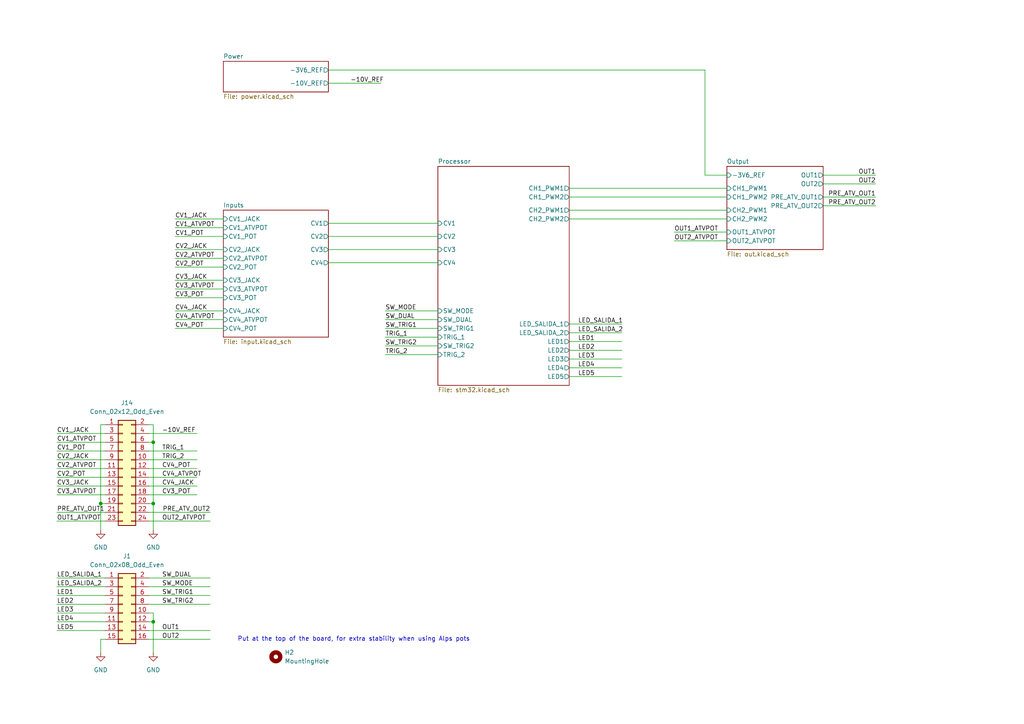
<source format=kicad_sch>
(kicad_sch (version 20231120) (generator "eeschema") (generator_version "8.0")
  (paper "A4")
  (title_block (title "Main") (date "2024-09-14") (rev "v0.1") (company "Sluisbrinkie"))
  (lib_symbols
    (symbol "Connector_Generic:Conn_02x08_Odd_Even" (pin_names (offset 1.016) hide)
      (property "Reference" "J" (at 1.27 10.16 0))
      (property "Value" "Conn_02x08_Odd_Even" (at 1.27 -12.7 0))
      (symbol "Conn_02x08_Odd_Even_1_1"
        (rectangle (start -1.27 -10.033) (end 0 -10.287) (stroke (width 0.1524)))
        (rectangle (start -1.27 -7.493) (end 0 -7.747) (stroke (width 0.1524)))
        (rectangle (start -1.27 -4.953) (end 0 -5.207) (stroke (width 0.1524)))
        (rectangle (start -1.27 -2.413) (end 0 -2.667) (stroke (width 0.1524)))
        (rectangle (start -1.27 0.127) (end 0 -0.127) (stroke (width 0.1524)))
        (rectangle (start -1.27 2.667) (end 0 2.413) (stroke (width 0.1524)))
        (rectangle (start -1.27 5.207) (end 0 4.953) (stroke (width 0.1524)))
        (rectangle (start -1.27 7.747) (end 0 7.493) (stroke (width 0.1524)))
        (rectangle (start -1.27 8.89) (end 3.81 -11.43) (stroke (width 0.254)) (fill (type background)))
        (rectangle (start 3.81 -10.033) (end 2.54 -10.287) (stroke (width 0.1524)))
        (rectangle (start 3.81 -7.493) (end 2.54 -7.747) (stroke (width 0.1524)))
        (rectangle (start 3.81 -4.953) (end 2.54 -5.207) (stroke (width 0.1524)))
        (rectangle (start 3.81 -2.413) (end 2.54 -2.667) (stroke (width 0.1524)))
        (rectangle (start 3.81 0.127) (end 2.54 -0.127) (stroke (width 0.1524)))
        (rectangle (start 3.81 2.667) (end 2.54 2.413) (stroke (width 0.1524)))
        (rectangle (start 3.81 5.207) (end 2.54 4.953) (stroke (width 0.1524)))
        (rectangle (start 3.81 7.747) (end 2.54 7.493) (stroke (width 0.1524)))
        (pin passive line (at -5.08 7.62 0) (length 3.81) (name "Pin_1") (number "1"))
        (pin passive line (at 7.62 -2.54 180) (length 3.81) (name "Pin_10") (number "10"))
        (pin passive line (at -5.08 -5.08 0) (length 3.81) (name "Pin_11") (number "11"))
        (pin passive line (at 7.62 -5.08 180) (length 3.81) (name "Pin_12") (number "12"))
        (pin passive line (at -5.08 -7.62 0) (length 3.81) (name "Pin_13") (number "13"))
        (pin passive line (at 7.62 -7.62 180) (length 3.81) (name "Pin_14") (number "14"))
        (pin passive line (at -5.08 -10.16 0) (length 3.81) (name "Pin_15") (number "15"))
        (pin passive line (at 7.62 -10.16 180) (length 3.81) (name "Pin_16") (number "16"))
        (pin passive line (at 7.62 7.62 180) (length 3.81) (name "Pin_2") (number "2"))
        (pin passive line (at -5.08 5.08 0) (length 3.81) (name "Pin_3") (number "3"))
        (pin passive line (at 7.62 5.08 180) (length 3.81) (name "Pin_4") (number "4"))
        (pin passive line (at -5.08 2.54 0) (length 3.81) (name "Pin_5") (number "5"))
        (pin passive line (at 7.62 2.54 180) (length 3.81) (name "Pin_6") (number "6"))
        (pin passive line (at -5.08 0 0) (length 3.81) (name "Pin_7") (number "7"))
        (pin passive line (at 7.62 0 180) (length 3.81) (name "Pin_8") (number "8"))
        (pin passive line (at -5.08 -2.54 0) (length 3.81) (name "Pin_9") (number "9"))
      )
    )
    (symbol "Connector_Generic:Conn_02x12_Odd_Even" (pin_names (offset 1.016) hide)
      (property "Reference" "J" (at 1.27 15.24 0))
      (property "Value" "Conn_02x12_Odd_Even" (at 1.27 -17.78 0))
      (symbol "Conn_02x12_Odd_Even_1_1"
        (rectangle (start -1.27 -15.113) (end 0 -15.367) (stroke (width 0.1524)))
        (rectangle (start -1.27 -12.573) (end 0 -12.827) (stroke (width 0.1524)))
        (rectangle (start -1.27 -10.033) (end 0 -10.287) (stroke (width 0.1524)))
        (rectangle (start -1.27 -7.493) (end 0 -7.747) (stroke (width 0.1524)))
        (rectangle (start -1.27 -4.953) (end 0 -5.207) (stroke (width 0.1524)))
        (rectangle (start -1.27 -2.413) (end 0 -2.667) (stroke (width 0.1524)))
        (rectangle (start -1.27 0.127) (end 0 -0.127) (stroke (width 0.1524)))
        (rectangle (start -1.27 2.667) (end 0 2.413) (stroke (width 0.1524)))
        (rectangle (start -1.27 5.207) (end 0 4.953) (stroke (width 0.1524)))
        (rectangle (start -1.27 7.747) (end 0 7.493) (stroke (width 0.1524)))
        (rectangle (start -1.27 10.287) (end 0 10.033) (stroke (width 0.1524)))
        (rectangle (start -1.27 12.827) (end 0 12.573) (stroke (width 0.1524)))
        (rectangle (start -1.27 13.97) (end 3.81 -16.51) (stroke (width 0.254)) (fill (type background)))
        (rectangle (start 3.81 -15.113) (end 2.54 -15.367) (stroke (width 0.1524)))
        (rectangle (start 3.81 -12.573) (end 2.54 -12.827) (stroke (width 0.1524)))
        (rectangle (start 3.81 -10.033) (end 2.54 -10.287) (stroke (width 0.1524)))
        (rectangle (start 3.81 -7.493) (end 2.54 -7.747) (stroke (width 0.1524)))
        (rectangle (start 3.81 -4.953) (end 2.54 -5.207) (stroke (width 0.1524)))
        (rectangle (start 3.81 -2.413) (end 2.54 -2.667) (stroke (width 0.1524)))
        (rectangle (start 3.81 0.127) (end 2.54 -0.127) (stroke (width 0.1524)))
        (rectangle (start 3.81 2.667) (end 2.54 2.413) (stroke (width 0.1524)))
        (rectangle (start 3.81 5.207) (end 2.54 4.953) (stroke (width 0.1524)))
        (rectangle (start 3.81 7.747) (end 2.54 7.493) (stroke (width 0.1524)))
        (rectangle (start 3.81 10.287) (end 2.54 10.033) (stroke (width 0.1524)))
        (rectangle (start 3.81 12.827) (end 2.54 12.573) (stroke (width 0.1524)))
        (pin passive line (at -5.08 12.7 0) (length 3.81) (name "Pin_1") (number "1"))
        (pin passive line (at 7.62 2.54 180) (length 3.81) (name "Pin_10") (number "10"))
        (pin passive line (at -5.08 0 0) (length 3.81) (name "Pin_11") (number "11"))
        (pin passive line (at 7.62 0 180) (length 3.81) (name "Pin_12") (number "12"))
        (pin passive line (at -5.08 -2.54 0) (length 3.81) (name "Pin_13") (number "13"))
        (pin passive line (at 7.62 -2.54 180) (length 3.81) (name "Pin_14") (number "14"))
        (pin passive line (at -5.08 -5.08 0) (length 3.81) (name "Pin_15") (number "15"))
        (pin passive line (at 7.62 -5.08 180) (length 3.81) (name "Pin_16") (number "16"))
        (pin passive line (at -5.08 -7.62 0) (length 3.81) (name "Pin_17") (number "17"))
        (pin passive line (at 7.62 -7.62 180) (length 3.81) (name "Pin_18") (number "18"))
        (pin passive line (at -5.08 -10.16 0) (length 3.81) (name "Pin_19") (number "19"))
        (pin passive line (at 7.62 12.7 180) (length 3.81) (name "Pin_2") (number "2"))
        (pin passive line (at 7.62 -10.16 180) (length 3.81) (name "Pin_20") (number "20"))
        (pin passive line (at -5.08 -12.7 0) (length 3.81) (name "Pin_21") (number "21"))
        (pin passive line (at 7.62 -12.7 180) (length 3.81) (name "Pin_22") (number "22"))
        (pin passive line (at -5.08 -15.24 0) (length 3.81) (name "Pin_23") (number "23"))
        (pin passive line (at 7.62 -15.24 180) (length 3.81) (name "Pin_24") (number "24"))
        (pin passive line (at -5.08 10.16 0) (length 3.81) (name "Pin_3") (number "3"))
        (pin passive line (at 7.62 10.16 180) (length 3.81) (name "Pin_4") (number "4"))
        (pin passive line (at -5.08 7.62 0) (length 3.81) (name "Pin_5") (number "5"))
        (pin passive line (at 7.62 7.62 180) (length 3.81) (name "Pin_6") (number "6"))
        (pin passive line (at -5.08 5.08 0) (length 3.81) (name "Pin_7") (number "7"))
        (pin passive line (at 7.62 5.08 180) (length 3.81) (name "Pin_8") (number "8"))
        (pin passive line (at -5.08 2.54 0) (length 3.81) (name "Pin_9") (number "9"))
      )
    )
    (symbol "Mechanical:MountingHole" (pin_names (offset 1.016)) (exclude_from_sim yes) (in_bom no)
      (property "Reference" "H" (at 0 5.08 0))
      (property "Value" "MountingHole" (at 0 3.175 0))
      (symbol "MountingHole_0_1"
        (circle (center 0 0) (radius 1.27) (stroke (width 1.27)))
      )
    )
    (symbol "power:GND" (power) (pin_numbers hide) (pin_names (offset 0) hide)
      (property "Value" "GND" (at 0 -3.81 0))
      (symbol "GND_0_1"
        (polyline (pts (xy 0 0) (xy 0 -1.27) (xy 1.27 -1.27) (xy 0 -2.54) (xy -1.27 -1.27) (xy 0 -1.27)))
      )
      (symbol "GND_1_1"
        (pin power_in line (at 0 0 270) (length 0) (name "~") (number "1"))
      )
    )
  )
  (junction (at 44.45 128.27))
  (junction (at 44.45 146.05))
  (junction (at 29.21 146.05))
  (junction (at 44.45 180.34))
  (wire (pts (xy 165.1 54.61) (xy 210.82 54.61)))
  (wire (pts (xy 238.76 53.34) (xy 254 53.34)))
  (wire (pts (xy 165.1 101.6) (xy 180.34 101.6)))
  (wire (pts (xy 195.58 69.85) (xy 210.82 69.85)))
  (wire (pts (xy 50.8 92.71) (xy 64.77 92.71)))
  (wire (pts (xy 43.18 182.88) (xy 60.96 182.88)))
  (wire (pts (xy 44.45 180.34) (xy 44.45 177.8)))
  (wire (pts (xy 238.76 50.8) (xy 254 50.8)))
  (wire (pts (xy 111.76 92.71) (xy 127 92.71)))
  (wire (pts (xy 111.76 100.33) (xy 127 100.33)))
  (wire (pts (xy 165.1 57.15) (xy 210.82 57.15)))
  (wire (pts (xy 111.76 97.79) (xy 127 97.79)))
  (wire (pts (xy 16.51 128.27) (xy 30.48 128.27)))
  (wire (pts (xy 16.51 172.72) (xy 30.48 172.72)))
  (wire (pts (xy 95.25 76.2) (xy 127 76.2)))
  (wire (pts (xy 50.8 68.58) (xy 64.77 68.58)))
  (wire (pts (xy 165.1 63.5) (xy 210.82 63.5)))
  (wire (pts (xy 43.18 167.64) (xy 60.96 167.64)))
  (wire (pts (xy 16.51 151.13) (xy 30.48 151.13)))
  (wire (pts (xy 95.25 68.58) (xy 127 68.58)))
  (wire (pts (xy 44.45 180.34) (xy 44.45 189.23)))
  (wire (pts (xy 95.25 64.77) (xy 127 64.77)))
  (wire (pts (xy 29.21 146.05) (xy 30.48 146.05)))
  (wire (pts (xy 204.47 20.32) (xy 204.47 50.8)))
  (wire (pts (xy 111.76 102.87) (xy 127 102.87)))
  (wire (pts (xy 29.21 185.42) (xy 30.48 185.42)))
  (wire (pts (xy 165.1 93.98) (xy 180.34 93.98)))
  (wire (pts (xy 165.1 106.68) (xy 180.34 106.68)))
  (wire (pts (xy 165.1 109.22) (xy 180.34 109.22)))
  (wire (pts (xy 43.18 175.26) (xy 60.96 175.26)))
  (wire (pts (xy 195.58 67.31) (xy 210.82 67.31)))
  (wire (pts (xy 165.1 96.52) (xy 180.34 96.52)))
  (wire (pts (xy 16.51 182.88) (xy 30.48 182.88)))
  (wire (pts (xy 43.18 151.13) (xy 60.96 151.13)))
  (wire (pts (xy 16.51 177.8) (xy 30.48 177.8)))
  (wire (pts (xy 43.18 148.59) (xy 60.96 148.59)))
  (wire (pts (xy 50.8 95.25) (xy 64.77 95.25)))
  (wire (pts (xy 16.51 170.18) (xy 30.48 170.18)))
  (wire (pts (xy 16.51 138.43) (xy 30.48 138.43)))
  (wire (pts (xy 43.18 177.8) (xy 44.45 177.8)))
  (wire (pts (xy 43.18 172.72) (xy 60.96 172.72)))
  (wire (pts (xy 43.18 170.18) (xy 60.96 170.18)))
  (wire (pts (xy 16.51 148.59) (xy 30.48 148.59)))
  (wire (pts (xy 95.25 72.39) (xy 127 72.39)))
  (wire (pts (xy 238.76 57.15) (xy 254 57.15)))
  (wire (pts (xy 43.18 135.89) (xy 57.15 135.89)))
  (wire (pts (xy 111.76 90.17) (xy 127 90.17)))
  (wire (pts (xy 50.8 63.5) (xy 64.77 63.5)))
  (wire (pts (xy 50.8 77.47) (xy 64.77 77.47)))
  (wire (pts (xy 43.18 130.81) (xy 57.15 130.81)))
  (wire (pts (xy 165.1 104.14) (xy 180.34 104.14)))
  (wire (pts (xy 16.51 125.73) (xy 30.48 125.73)))
  (wire (pts (xy 95.25 20.32) (xy 204.47 20.32)))
  (wire (pts (xy 238.76 59.69) (xy 254 59.69)))
  (wire (pts (xy 30.48 123.19) (xy 29.21 123.19)))
  (wire (pts (xy 43.18 180.34) (xy 44.45 180.34)))
  (wire (pts (xy 29.21 123.19) (xy 29.21 146.05)))
  (wire (pts (xy 43.18 138.43) (xy 57.15 138.43)))
  (wire (pts (xy 16.51 175.26) (xy 30.48 175.26)))
  (wire (pts (xy 29.21 146.05) (xy 29.21 153.67)))
  (wire (pts (xy 50.8 72.39) (xy 64.77 72.39)))
  (wire (pts (xy 50.8 66.04) (xy 64.77 66.04)))
  (wire (pts (xy 43.18 125.73) (xy 57.15 125.73)))
  (wire (pts (xy 16.51 140.97) (xy 30.48 140.97)))
  (wire (pts (xy 43.18 185.42) (xy 60.96 185.42)))
  (wire (pts (xy 43.18 140.97) (xy 57.15 140.97)))
  (wire (pts (xy 204.47 50.8) (xy 210.82 50.8)))
  (wire (pts (xy 16.51 180.34) (xy 30.48 180.34)))
  (wire (pts (xy 44.45 146.05) (xy 44.45 128.27)))
  (wire (pts (xy 50.8 83.82) (xy 64.77 83.82)))
  (wire (pts (xy 16.51 143.51) (xy 30.48 143.51)))
  (wire (pts (xy 16.51 130.81) (xy 30.48 130.81)))
  (wire (pts (xy 111.76 95.25) (xy 127 95.25)))
  (wire (pts (xy 44.45 128.27) (xy 43.18 128.27)))
  (wire (pts (xy 165.1 60.96) (xy 210.82 60.96)))
  (wire (pts (xy 43.18 123.19) (xy 44.45 123.19)))
  (wire (pts (xy 43.18 146.05) (xy 44.45 146.05)))
  (wire (pts (xy 50.8 74.93) (xy 64.77 74.93)))
  (wire (pts (xy 29.21 185.42) (xy 29.21 189.23)))
  (wire (pts (xy 43.18 133.35) (xy 57.15 133.35)))
  (wire (pts (xy 16.51 135.89) (xy 30.48 135.89)))
  (wire (pts (xy 50.8 86.36) (xy 64.77 86.36)))
  (wire (pts (xy 16.51 167.64) (xy 30.48 167.64)))
  (wire (pts (xy 43.18 143.51) (xy 57.15 143.51)))
  (wire (pts (xy 16.51 133.35) (xy 30.48 133.35)))
  (wire (pts (xy 50.8 90.17) (xy 64.77 90.17)))
  (wire (pts (xy 44.45 153.67) (xy 44.45 146.05)))
  (wire (pts (xy 50.8 81.28) (xy 64.77 81.28)))
  (wire (pts (xy 44.45 123.19) (xy 44.45 128.27)))
  (wire (pts (xy 95.25 24.13) (xy 110.49 24.13)))
  (wire (pts (xy 165.1 99.06) (xy 180.34 99.06)))
  (text "Put at the top of the board, for extra stability when using Alps pots" (at 102.616 185.42 0) (effects (font (size 1.27 1.27) (thickness 0.1588))))
  (label "CV1_POT" (at 16.51 130.81 0))
  (label "CV4_ATVPOT" (at 46.99 138.43 0))
  (label "CV2_JACK" (at 50.8 72.39 0))
  (label "-10V_REF" (at 101.6 24.13 0))
  (label "CV2_POT" (at 16.51 138.43 0))
  (label "CV3_POT" (at 46.99 143.51 0))
  (label "CV2_ATVPOT" (at 16.51 135.89 0))
  (label "CV4_POT" (at 46.99 135.89 0))
  (label "TRIG_2" (at 111.76 102.87 0))
  (label "SW_MODE" (at 46.99 170.18 0))
  (label "OUT2" (at 46.99 185.42 0))
  (label "OUT1" (at 254 50.8 180))
  (label "OUT2_ATVPOT" (at 195.58 69.85 0))
  (label "SW_DUAL" (at 46.99 167.64 0))
  (label "CV2_JACK" (at 16.51 133.35 0))
  (label "LED_SALIDA_2" (at 167.64 96.52 0))
  (label "SW_TRIG1" (at 46.99 172.72 0))
  (label "LED1" (at 16.51 172.72 0))
  (label "-10V_REF" (at 46.99 125.73 0))
  (label "SW_TRIG1" (at 111.76 95.25 0))
  (label "LED4" (at 167.64 106.68 0))
  (label "LED5" (at 16.51 182.88 0))
  (label "TRIG_1" (at 111.76 97.79 0))
  (label "CV3_JACK" (at 50.8 81.28 0))
  (label "PRE_ATV_OUT1" (at 16.51 148.59 0))
  (label "OUT1_ATVPOT" (at 16.51 151.13 0))
  (label "CV4_JACK" (at 46.99 140.97 0))
  (label "LED2" (at 167.64 101.6 0))
  (label "PRE_ATV_OUT2" (at 254 59.69 180))
  (label "LED1" (at 167.64 99.06 0))
  (label "CV3_ATVPOT" (at 50.8 83.82 0))
  (label "CV2_ATVPOT" (at 50.8 74.93 0))
  (label "TRIG_1" (at 46.99 130.81 0))
  (label "PRE_ATV_OUT1" (at 254 57.15 180))
  (label "OUT1" (at 46.99 182.88 0))
  (label "LED_SALIDA_1" (at 167.64 93.98 0))
  (label "CV3_ATVPOT" (at 16.51 143.51 0))
  (label "LED4" (at 16.51 180.34 0))
  (label "CV3_JACK" (at 16.51 140.97 0))
  (label "SW_TRIG2" (at 111.76 100.33 0))
  (label "CV1_ATVPOT" (at 50.8 66.04 0))
  (label "CV2_POT" (at 50.8 77.47 0))
  (label "CV4_JACK" (at 50.8 90.17 0))
  (label "LED_SALIDA_2" (at 16.51 170.18 0))
  (label "CV1_JACK" (at 50.8 63.5 0))
  (label "CV1_JACK" (at 16.51 125.73 0))
  (label "LED_SALIDA_1" (at 16.51 167.64 0))
  (label "OUT2" (at 254 53.34 180))
  (label "SW_TRIG2" (at 46.99 175.26 0))
  (label "OUT2_ATVPOT" (at 46.99 151.13 0))
  (label "LED5" (at 167.64 109.22 0))
  (label "OUT1_ATVPOT" (at 195.58 67.31 0))
  (label "CV3_POT" (at 50.8 86.36 0))
  (label "LED3" (at 167.64 104.14 0))
  (label "LED3" (at 16.51 177.8 0))
  (label "SW_MODE" (at 111.76 90.17 0))
  (label "CV4_POT" (at 50.8 95.25 0))
  (label "SW_DUAL" (at 111.76 92.71 0))
  (label "LED2" (at 16.51 175.26 0))
  (label "CV4_ATVPOT" (at 50.8 92.71 0))
  (label "PRE_ATV_OUT2" (at 60.96 148.59 180))
  (label "CV1_ATVPOT" (at 16.51 128.27 0))
  (label "CV1_POT" (at 50.8 68.58 0))
  (label "TRIG_2" (at 46.99 133.35 0))
  (symbol (lib_id "power:GND") (at 44.45 189.23 0) (unit 1)
    (property "Reference" "#PWR097" (effects (hide yes)))
    (property "Value" "GND" (at 44.45 194.31 0))
    (property "Description" "Power symbol creates a global label with name \"GND\" , ground" (effects (hide yes)))
  )
  (symbol (lib_id "power:GND") (at 29.21 189.23 0) (unit 1)
    (property "Reference" "#PWR095" (effects (hide yes)))
    (property "Value" "GND" (at 29.21 194.31 0))
    (property "Description" "Power symbol creates a global label with name \"GND\" , ground" (effects (hide yes)))
  )
  (symbol (lib_id "power:GND") (at 29.21 153.67 0) (unit 1)
    (property "Reference" "#PWR094" (effects (hide yes)))
    (property "Value" "GND" (at 29.21 158.75 0))
    (property "Description" "Power symbol creates a global label with name \"GND\" , ground" (effects (hide yes)))
  )
  (symbol (lib_id "Connector_Generic:Conn_02x08_Odd_Even") (at 35.56 175.26 0) (unit 1)
    (property "Reference" "J1" (at 36.83 161.29 0))
    (property "Value" "Conn_02x08_Odd_Even" (at 36.83 163.83 0))
    (property "Footprint" "Connector_PinSocket_2.54mm:PinSocket_2x08_P2.54mm_Vertical" (effects (hide yes)))
    (property "Description" "Generic connector, double row, 02x08, odd/even pin numbering scheme (row 1 odd numbers, row 2 even numbers), script generated (kicad-library-utils/schlib/autogen/connector/)" (effects (hide yes)))
  )
  (symbol (lib_id "power:GND") (at 44.45 153.67 0) (unit 1)
    (property "Reference" "#PWR096" (effects (hide yes)))
    (property "Value" "GND" (at 44.45 158.75 0))
    (property "Description" "Power symbol creates a global label with name \"GND\" , ground" (effects (hide yes)))
  )
  (symbol (lib_id "Mechanical:MountingHole") (at 80.01 190.5 0) (unit 1) (exclude_from_sim yes) (in_bom no)
    (property "Reference" "H2" (at 82.55 189.2299 0) (effects (justify left)))
    (property "Value" "MountingHole" (at 82.55 191.7699 0) (effects (justify left)))
    (property "Footprint" "MountingHole:MountingHole_2.7mm_M2.5" (effects (hide yes)))
    (property "Description" "Mounting Hole without connection" (effects (hide yes)))
  )
  (symbol (lib_id "Connector_Generic:Conn_02x12_Odd_Even") (at 35.56 135.89 0) (unit 1)
    (property "Reference" "J14" (at 36.83 116.84 0))
    (property "Value" "Conn_02x12_Odd_Even" (at 36.83 119.38 0))
    (property "Footprint" "Connector_PinSocket_2.54mm:PinSocket_2x12_P2.54mm_Vertical" (effects (hide yes)))
    (property "Description" "Generic connector, double row, 02x12, odd/even pin numbering scheme (row 1 odd numbers, row 2 even numbers), script generated (kicad-library-utils/schlib/autogen/connector/)" (effects (hide yes)))
  )
  (sheet (at 210.82 48.26) (size 27.94 24.13) (stroke (width 0.1524))
    (property "Sheetname" "Output" (at 210.82 47.5484 0) (effects (justify left bottom)))
    (property "Sheetfile" "out.kicad_sch" (at 210.82 72.9746 0) (effects (justify left top)))
    (pin "-3V6_REF" input (at 210.82 50.8 180))
    (pin "CH2_PWM1" input (at 210.82 60.96 180))
    (pin "CH2_PWM2" input (at 210.82 63.5 180))
    (pin "CH1_PWM1" input (at 210.82 54.61 180))
    (pin "CH1_PWM2" input (at 210.82 57.15 180))
    (pin "OUT2" output (at 238.76 53.34 0))
    (pin "OUT1" output (at 238.76 50.8 0))
    (pin "OUT1_ATVPOT" input (at 210.82 67.31 180))
    (pin "OUT2_ATVPOT" input (at 210.82 69.85 180))
    (pin "PRE_ATV_OUT1" output (at 238.76 57.15 0))
    (pin "PRE_ATV_OUT2" output (at 238.76 59.69 0))
  )
  (sheet (at 127 48.26) (size 38.1 63.5) (stroke (width 0.1524))
    (property "Sheetname" "Processor" (at 127 47.5484 0) (effects (justify left bottom)))
    (property "Sheetfile" "stm32.kicad_sch" (at 127 112.3446 0) (effects (justify left top)))
    (pin "CV2" input (at 127 68.58 180))
    (pin "CV1" input (at 127 64.77 180))
    (pin "LED2" output (at 165.1 101.6 0))
    (pin "LED3" output (at 165.1 104.14 0))
    (pin "LED4" output (at 165.1 106.68 0))
    (pin "CV3" input (at 127 72.39 180))
    (pin "CV4" input (at 127 76.2 180))
    (pin "SW_DUAL" input (at 127 92.71 180))
    (pin "SW_MODE" input (at 127 90.17 180))
    (pin "CH1_PWM2" output (at 165.1 57.15 0))
    (pin "CH1_PWM1" output (at 165.1 54.61 0))
    (pin "CH2_PWM1" output (at 165.1 60.96 0))
    (pin "CH2_PWM2" output (at 165.1 63.5 0))
    (pin "SW_TRIG2" input (at 127 100.33 180))
    (pin "TRIG_2" input (at 127 102.87 180))
    (pin "SW_TRIG1" input (at 127 95.25 180))
    (pin "TRIG_1" input (at 127 97.79 180))
    (pin "LED_SALIDA_1" output (at 165.1 93.98 0))
    (pin "LED_SALIDA_2" output (at 165.1 96.52 0))
    (pin "LED5" output (at 165.1 109.22 0))
    (pin "LED1" output (at 165.1 99.06 0))
  )
  (sheet (at 64.77 60.96) (size 30.48 36.83) (stroke (width 0.1524))
    (property "Sheetname" "Inputs" (at 64.77 60.2484 0) (effects (justify left bottom)))
    (property "Sheetfile" "input.kicad_sch" (at 64.77 98.3746 0) (effects (justify left top)))
    (pin "CV2_JACK" input (at 64.77 72.39 180))
    (pin "CV2_ATVPOT" input (at 64.77 74.93 180))
    (pin "CV2_POT" input (at 64.77 77.47 180))
    (pin "CV2" output (at 95.25 68.58 0))
    (pin "CV1" output (at 95.25 64.77 0))
    (pin "CV1_POT" input (at 64.77 68.58 180))
    (pin "CV1_ATVPOT" input (at 64.77 66.04 180))
    (pin "CV1_JACK" input (at 64.77 63.5 180))
    (pin "CV3" output (at 95.25 72.39 0))
    (pin "CV4_JACK" input (at 64.77 90.17 180))
    (pin "CV4_ATVPOT" input (at 64.77 92.71 180))
    (pin "CV4_POT" input (at 64.77 95.25 180))
    (pin "CV3_POT" input (at 64.77 86.36 180))
    (pin "CV4" output (at 95.25 76.2 0))
    (pin "CV3_ATVPOT" input (at 64.77 83.82 180))
    (pin "CV3_JACK" input (at 64.77 81.28 180))
  )
  (sheet (at 64.77 17.78) (size 30.48 8.89) (stroke (width 0.1524))
    (property "Sheetname" "Power" (at 64.77 17.0684 0) (effects (justify left bottom)))
    (property "Sheetfile" "power.kicad_sch" (at 64.77 27.2546 0) (effects (justify left top)))
    (pin "-3V6_REF" output (at 95.25 20.32 0))
    (pin "-10V_REF" output (at 95.25 24.13 0))
  )
)
</source>
